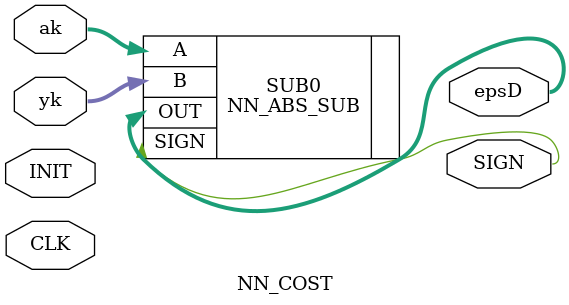
<source format=v>



module NN_COST(yk,ak,SIGN,epsD,CLK,INIT);

parameter NB = 16;

input CLK,INIT;

input [NB-1:0] yk; // triaining value for kth output node
input [NB-1:0] ak; // output of kth output node
//input [NB-1:0] R;

output SIGN; // sign of error for this output cost derivative to be applied to dalpha and dbeta
//output delta;
output [NB-1:0] epsD; // derivative of cost function wrt output (dC/dak)
//wire eps_ss;

NN_ABS_SUB SUB0(.A(ak),.B(yk),.OUT(epsD),.SIGN(SIGN));
defparam SUB0.NB = NB;

//DEC2STCH DS0(CLK,eps,R,eps_ss);
//defparam DS0.ND = NB;

//assign delta = eps_ss;

endmodule
</source>
